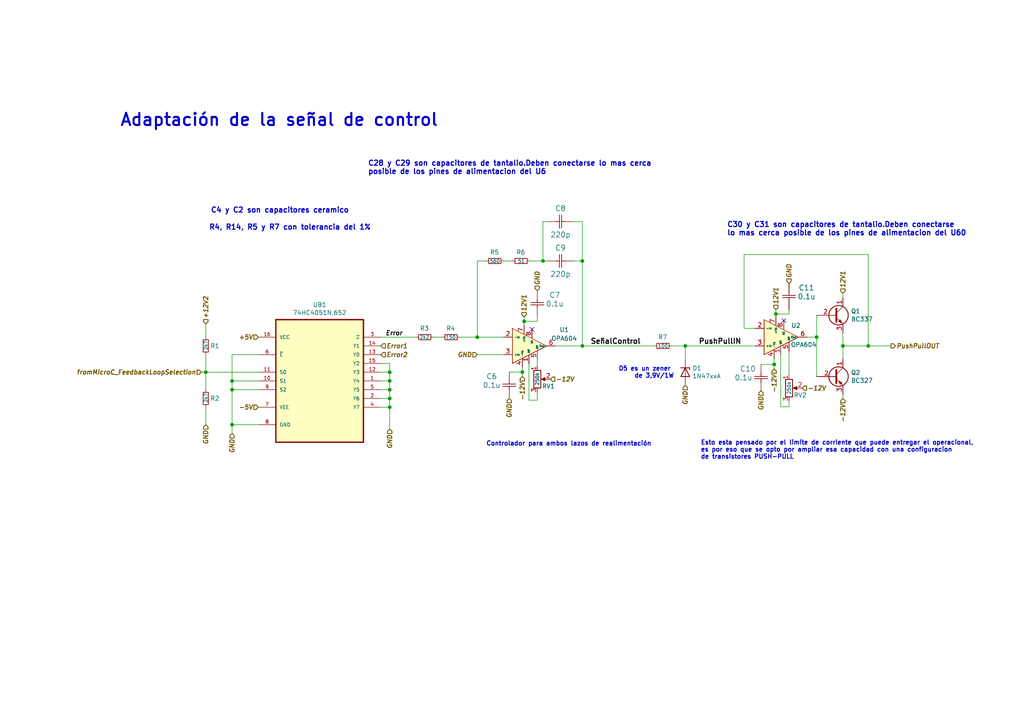
<source format=kicad_sch>
(kicad_sch (version 20211123) (generator eeschema)
  (paper "A4")
  (lib_symbols
    (symbol "74HC4051N_652:74HC4051N,652" (pin_names (offset 1.016))
      (property "Reference" "U" (at -5.2832 17.907 0))
      (property "Value" "74HC4051N_652_74HC4051N,652" (at -3.9624 -25.0952 0))
      (symbol "74HC4051N,652_0_0"
        (rectangle (start -12.7 -20.32) (end 12.7 15.24) (stroke (width 0.4064)) (fill (type background)))
        (pin bidirectional line (at 17.78 -2.54 180) (length 5.08) (name "Y4") (number "1"))
        (pin input line (at -17.78 -2.54 0) (length 5.08) (name "S1") (number "10"))
        (pin input line (at -17.78 0 0) (length 5.08) (name "S0") (number "11"))
        (pin bidirectional line (at 17.78 0 180) (length 5.08) (name "Y3") (number "12"))
        (pin bidirectional line (at 17.78 5.08 180) (length 5.08) (name "Y0") (number "13"))
        (pin bidirectional line (at 17.78 7.62 180) (length 5.08) (name "Y1") (number "14"))
        (pin bidirectional line (at 17.78 2.54 180) (length 5.08) (name "Y2") (number "15"))
        (pin power_in line (at -17.78 10.16 0) (length 5.08) (name "VCC") (number "16"))
        (pin bidirectional line (at 17.78 -7.62 180) (length 5.08) (name "Y6") (number "2"))
        (pin bidirectional line (at 17.78 10.16 180) (length 5.08) (name "Z") (number "3"))
        (pin bidirectional line (at 17.78 -10.16 180) (length 5.08) (name "Y7") (number "4"))
        (pin bidirectional line (at 17.78 -5.08 180) (length 5.08) (name "Y5") (number "5"))
        (pin input line (at -17.78 5.08 0) (length 5.08) (name "~{E}") (number "6"))
        (pin power_in line (at -17.78 -10.16 0) (length 5.08) (name "VEE") (number "7"))
        (pin passive line (at -17.78 -15.24 0) (length 5.08) (name "GND") (number "8"))
        (pin input line (at -17.78 -5.08 0) (length 5.08) (name "S2") (number "9"))
      )
    )
    (symbol "CEDCp:OPA604"
      (property "Reference" "U" (at -3.81 6.096 0))
      (property "Value" "OPA604" (at 8.636 -4.064 0))
      (symbol "OPA604_0_1"
        (polyline (pts (xy -3.81 4.572) (xy -3.81 -5.588) (xy 6.223 -0.508)))
        (polyline (pts (xy -3.81 4.572) (xy 6.096 -0.508) (xy -3.81 -5.588) (xy -3.81 4.572) (xy 6.096 -0.508)) (fill (type background)))
      )
      (symbol "OPA604_1_1"
        (pin input line (at 1.016 -5.715 90) (length 2.54) (name "Off") (number "1"))
        (pin input line (at -6.35 2.032 0) (length 2.54) (name "-In") (number "2"))
        (pin input line (at -6.35 -3.048 0) (length 2.54) (name "+In") (number "3"))
        (pin input line (at -0.889 -6.731 90) (length 2.54) (name "-Vs") (number "4"))
        (pin input line (at 3.429 -4.572 90) (length 2.54) (name "Off") (number "5"))
        (pin input line (at 8.6868 -0.508 180) (length 2.54) (name "Out") (number "6"))
        (pin input line (at -0.381 5.461 270) (length 2.54) (name "+Vs") (number "7"))
        (pin input line (at 1.905 4.318 270) (length 2.54) (name "NC") (number "8"))
      )
    )
    (symbol "Capacitor_2:C315C222K1R5CA" (pin_numbers hide) (pin_names (offset 1.651) hide)
      (property "Reference" "C" (at 3.81 3.81 0))
      (property "Value" "Capacitor_2_C315C222K1R5CA" (at 3.81 -7.62 0))
      (symbol "C315C222K1R5CA_1_1"
        (polyline (pts (xy 2.54 0) (xy 3.4798 0)) (stroke (width 0.2032)))
        (polyline (pts (xy 3.4798 -1.905) (xy 3.4798 1.905)) (stroke (width 0.2032)))
        (polyline (pts (xy 4.1148 -1.905) (xy 4.1148 1.905)) (stroke (width 0.2032)))
        (polyline (pts (xy 4.1148 0) (xy 5.08 0)) (stroke (width 0.2032)))
        (pin unspecified line (at 0 0 0) (length 2.54) (name "1") (number "1"))
        (pin unspecified line (at 7.62 0 180) (length 2.54) (name "2") (number "2"))
      )
    )
    (symbol "Device:R_Potentiometer" (pin_names (offset 1.016) hide)
      (property "Reference" "RV" (at -4.445 0 90))
      (property "Value" "R_Potentiometer" (at -2.54 0 90))
      (symbol "R_Potentiometer_0_1"
        (polyline (pts (xy 2.54 0) (xy 1.524 0)))
        (polyline (pts (xy 1.143 0) (xy 2.286 0.508) (xy 2.286 -0.508) (xy 1.143 0)) (fill (type outline)))
        (rectangle (start 1.016 2.54) (end -1.016 -2.54) (stroke (width 0.254)))
      )
      (symbol "R_Potentiometer_1_1"
        (pin passive line (at 0 3.81 270) (length 1.27) (name "1") (number "1"))
        (pin passive line (at 3.81 0 180) (length 1.27) (name "2") (number "2"))
        (pin passive line (at 0 -3.81 90) (length 1.27) (name "3") (number "3"))
      )
    )
    (symbol "Device:R_Small" (pin_numbers hide) (pin_names (offset 0.254) hide)
      (property "Reference" "R" (at 0.762 0.508 0))
      (property "Value" "R_Small" (at 0.762 -1.016 0))
      (symbol "R_Small_0_1"
        (rectangle (start -0.762 1.778) (end 0.762 -1.778) (stroke (width 0.2032)))
      )
      (symbol "R_Small_1_1"
        (pin passive line (at 0 2.54 270) (length 0.762) (name "~") (number "1"))
        (pin passive line (at 0 -2.54 90) (length 0.762) (name "~") (number "2"))
      )
    )
    (symbol "Diode:1N47xxA" (pin_numbers hide) (pin_names (offset 1.016) hide)
      (property "Reference" "D" (at 0 2.54 0))
      (property "Value" "1N47xxA" (at 0 -2.54 0))
      (symbol "1N47xxA_0_1"
        (polyline (pts (xy 1.27 0) (xy -1.27 0)))
        (polyline (pts (xy -1.27 -1.27) (xy -1.27 1.27) (xy -0.762 1.27)) (stroke (width 0.254)))
        (polyline (pts (xy 1.27 -1.27) (xy 1.27 1.27) (xy -1.27 0) (xy 1.27 -1.27)) (stroke (width 0.254)))
      )
      (symbol "1N47xxA_1_1"
        (pin passive line (at -3.81 0 0) (length 2.54) (name "K") (number "1"))
        (pin passive line (at 3.81 0 180) (length 2.54) (name "A") (number "2"))
      )
    )
    (symbol "Transistor_BJT:BC327" (pin_names (offset 0) hide)
      (property "Reference" "Q" (at 5.08 1.905 0))
      (property "Value" "BC327" (at 5.08 0 0))
      (symbol "BC327_0_1"
        (polyline (pts (xy 0.635 0.635) (xy 2.54 2.54)))
        (polyline (pts (xy 0.635 -0.635) (xy 2.54 -2.54) (xy 2.54 -2.54)))
        (polyline (pts (xy 0.635 1.905) (xy 0.635 -1.905) (xy 0.635 -1.905)) (stroke (width 0.508)))
        (polyline (pts (xy 2.286 -1.778) (xy 1.778 -2.286) (xy 1.27 -1.27) (xy 2.286 -1.778) (xy 2.286 -1.778)) (fill (type outline)))
        (circle (center 1.27 0) (radius 2.8194) (stroke (width 0.254)))
      )
      (symbol "BC327_1_1"
        (pin passive line (at 2.54 5.08 270) (length 2.54) (name "C") (number "1"))
        (pin input line (at -5.08 0 0) (length 5.715) (name "B") (number "2"))
        (pin passive line (at 2.54 -5.08 90) (length 2.54) (name "E") (number "3"))
      )
    )
    (symbol "Transistor_BJT:BC337" (pin_names (offset 0) hide)
      (property "Reference" "Q" (at 5.08 1.905 0))
      (property "Value" "BC337" (at 5.08 0 0))
      (symbol "BC337_0_1"
        (polyline (pts (xy 0 0) (xy 0.635 0)))
        (polyline (pts (xy 0.635 0.635) (xy 2.54 2.54)))
        (polyline (pts (xy 0.635 -0.635) (xy 2.54 -2.54) (xy 2.54 -2.54)))
        (polyline (pts (xy 0.635 1.905) (xy 0.635 -1.905) (xy 0.635 -1.905)) (stroke (width 0.508)))
        (polyline (pts (xy 1.27 -1.778) (xy 1.778 -1.27) (xy 2.286 -2.286) (xy 1.27 -1.778) (xy 1.27 -1.778)) (fill (type outline)))
        (circle (center 1.27 0) (radius 2.8194) (stroke (width 0.254)))
      )
      (symbol "BC337_1_1"
        (pin passive line (at 2.54 5.08 270) (length 2.54) (name "C") (number "1"))
        (pin input line (at -5.08 0 0) (length 5.08) (name "B") (number "2"))
        (pin passive line (at 2.54 -5.08 90) (length 2.54) (name "E") (number "3"))
      )
    )
  )
  (junction (at 113.03 113.03))
  (junction (at 113.03 118.11))
  (junction (at 67.31 123.19))
  (junction (at 67.31 113.03))
  (junction (at 157.48 75.692))
  (junction (at 59.69 107.95))
  (junction (at 168.91 75.692))
  (junction (at 244.475 100.33))
  (junction (at 168.91 100.33))
  (junction (at 67.31 110.49))
  (junction (at 138.43 97.79))
  (junction (at 151.511 107.9246))
  (junction (at 251.8156 100.33))
  (junction (at 113.03 115.57))
  (junction (at 224.536 105.7148))
  (junction (at 198.755 100.33))
  (junction (at 113.03 110.49))
  (junction (at 225.044 91.0844))
  (junction (at 113.03 107.95))
  (junction (at 236.855 97.79))
  (junction (at 152.019 93.1926))
  (no_connect (at 227.33 92.964))
  (no_connect (at 154.305 95.504))
  (wire (pts (xy 74.93 110.49) (xy 67.31 110.49)))
  (wire (pts (xy 67.31 113.03) (xy 67.31 123.19)))
  (wire (pts (xy 244.475 114.3) (xy 244.475 115.57)))
  (wire (pts (xy 224.536 105.7148) (xy 220.726 105.7148)))
  (wire (pts (xy 151.511 107.9246) (xy 147.701 107.9246)))
  (wire (pts (xy 228.854 116.3828) (xy 228.854 117.983)))
  (wire (pts (xy 110.49 107.95) (xy 113.03 107.95)))
  (wire (pts (xy 155.829 113.792) (xy 155.829 116.078)))
  (wire (pts (xy 151.511 106.553) (xy 151.511 107.9246)))
  (wire (pts (xy 110.49 115.57) (xy 113.03 115.57)))
  (wire (pts (xy 113.03 118.11) (xy 113.03 124.46)))
  (wire (pts (xy 59.69 107.95) (xy 59.69 113.03)))
  (wire (pts (xy 168.91 100.33) (xy 189.738 100.33)))
  (wire (pts (xy 59.69 102.87) (xy 59.69 107.95)))
  (wire (pts (xy 110.49 110.49) (xy 113.03 110.49)))
  (wire (pts (xy 74.93 107.95) (xy 59.69 107.95)))
  (wire (pts (xy 113.03 110.49) (xy 113.03 113.03)))
  (wire (pts (xy 67.31 110.49) (xy 67.31 113.03)))
  (wire (pts (xy 244.475 85.09) (xy 244.475 86.36)))
  (wire (pts (xy 215.8238 95.25) (xy 215.8238 73.8124)))
  (wire (pts (xy 74.93 113.03) (xy 67.31 113.03)))
  (wire (pts (xy 234.1118 97.79) (xy 236.855 97.79)))
  (wire (pts (xy 168.91 75.692) (xy 166.37 75.692)))
  (wire (pts (xy 244.475 100.33) (xy 244.475 96.52)))
  (wire (pts (xy 157.48 64.262) (xy 157.48 75.692)))
  (wire (pts (xy 226.441 117.983) (xy 226.441 102.997)))
  (wire (pts (xy 113.03 105.41) (xy 113.03 107.95)))
  (wire (pts (xy 198.755 100.33) (xy 219.075 100.33)))
  (wire (pts (xy 113.03 113.03) (xy 113.03 115.57)))
  (wire (pts (xy 146.05 75.692) (xy 148.59 75.692)))
  (wire (pts (xy 151.511 109.1946) (xy 151.511 107.9246)))
  (wire (pts (xy 110.49 97.79) (xy 120.65 97.79)))
  (wire (pts (xy 198.755 100.33) (xy 198.755 104.14)))
  (wire (pts (xy 236.855 97.79) (xy 236.855 109.22)))
  (wire (pts (xy 244.475 100.33) (xy 251.8156 100.33)))
  (wire (pts (xy 236.855 91.44) (xy 236.855 97.79)))
  (wire (pts (xy 59.69 93.98) (xy 59.69 97.79)))
  (wire (pts (xy 215.8238 73.8124) (xy 251.8156 73.8124)))
  (wire (pts (xy 113.03 107.95) (xy 113.03 110.49)))
  (wire (pts (xy 155.829 91.9226) (xy 155.829 93.1926)))
  (wire (pts (xy 153.67 75.692) (xy 157.48 75.692)))
  (wire (pts (xy 125.73 97.79) (xy 128.27 97.79)))
  (wire (pts (xy 166.37 64.262) (xy 168.91 64.262)))
  (wire (pts (xy 67.31 125.73) (xy 67.31 123.19)))
  (wire (pts (xy 225.044 89.8144) (xy 225.044 91.0844)))
  (wire (pts (xy 228.854 91.0844) (xy 225.044 91.0844)))
  (wire (pts (xy 138.43 97.79) (xy 146.05 97.79)))
  (wire (pts (xy 110.49 105.41) (xy 113.03 105.41)))
  (wire (pts (xy 158.75 64.262) (xy 157.48 64.262)))
  (wire (pts (xy 155.829 104.394) (xy 155.829 106.172)))
  (wire (pts (xy 58.42 107.95) (xy 59.69 107.95)))
  (wire (pts (xy 251.8156 100.33) (xy 258.445 100.33)))
  (wire (pts (xy 155.829 93.1926) (xy 152.019 93.1926)))
  (wire (pts (xy 251.8156 73.8124) (xy 251.8156 100.33)))
  (wire (pts (xy 74.93 102.87) (xy 67.31 102.87)))
  (wire (pts (xy 153.416 116.078) (xy 153.416 105.537)))
  (wire (pts (xy 228.854 89.8144) (xy 228.854 91.0844)))
  (wire (pts (xy 152.019 93.1926) (xy 152.019 94.361)))
  (wire (pts (xy 194.818 100.33) (xy 198.755 100.33)))
  (wire (pts (xy 140.97 75.692) (xy 138.43 75.692)))
  (wire (pts (xy 138.43 102.87) (xy 146.05 102.87)))
  (wire (pts (xy 110.49 113.03) (xy 113.03 113.03)))
  (wire (pts (xy 225.044 91.0844) (xy 225.044 91.821)))
  (wire (pts (xy 67.31 102.87) (xy 67.31 110.49)))
  (wire (pts (xy 152.019 91.9226) (xy 152.019 93.1926)))
  (wire (pts (xy 74.93 123.19) (xy 67.31 123.19)))
  (wire (pts (xy 138.43 75.692) (xy 138.43 97.79)))
  (wire (pts (xy 224.536 104.013) (xy 224.536 105.7148)))
  (wire (pts (xy 110.49 118.11) (xy 113.03 118.11)))
  (wire (pts (xy 168.91 64.262) (xy 168.91 75.692)))
  (wire (pts (xy 219.075 95.25) (xy 215.8238 95.25)))
  (wire (pts (xy 157.48 75.692) (xy 158.75 75.692)))
  (wire (pts (xy 224.536 106.9848) (xy 224.536 105.7148)))
  (wire (pts (xy 244.475 104.14) (xy 244.475 100.33)))
  (wire (pts (xy 155.829 116.078) (xy 153.416 116.078)))
  (wire (pts (xy 113.03 115.57) (xy 113.03 118.11)))
  (wire (pts (xy 228.854 117.983) (xy 226.441 117.983)))
  (wire (pts (xy 133.35 97.79) (xy 138.43 97.79)))
  (wire (pts (xy 228.854 101.854) (xy 228.854 108.7628)))
  (wire (pts (xy 59.69 118.11) (xy 59.69 123.19)))
  (wire (pts (xy 168.91 75.692) (xy 168.91 100.33)))
  (wire (pts (xy 161.0868 100.33) (xy 168.91 100.33)))
  (text "C28 y C29 son capacitores de tantalio.Deben conectarse lo mas cerca\nposible de los pines de alimentacion del U6" (at 106.68 50.8 0) (effects (font (size 1.4986 1.4986) (thickness 0.2997) bold) (justify left bottom)))
  (text "R4, R14, R5 y R7 con tolerancia del 1%" (at 60.579 66.929 0) (effects (font (size 1.4986 1.4986) (thickness 0.2997) bold) (justify left bottom)))
  (text "C30 y C31 son capacitores de tantalio.Deben conectarse\nlo mas cerca posible de los pines de alimentacion del U60" (at 210.82 68.58 0) (effects (font (size 1.4986 1.4986) (thickness 0.2997) bold) (justify left bottom)))
  (text "D5 es un zener \nde 3,9V/1W" (at 195.58 109.855 180) (effects (font (size 1.27 1.27) (thickness 0.254) bold) (justify right bottom)))
  (text "Adaptación de la señal de control" (at 34.671 36.957 0) (effects (font (size 3.5 3.5) (thickness 0.5994) bold) (justify left bottom)))
  (text "Esto esta pensado por el limite de corriente que puede entregar el operacional, \nes por eso que se opto por ampliar esa capacidad con una configuracion \nde transistores PUSH-PULL\n" (at 203.2 133.35 0) (effects (font (size 1.27 1.27) (thickness 0.254) bold) (justify left bottom)))
  (text "Controlador para ambos lazos de realimentación" (at 140.97 129.54 0) (effects (font (size 1.27 1.27) (thickness 0.254) bold) (justify left bottom)))
  (text "C4 y C2 son capacitores ceramico" (at 61.087 61.976 0) (effects (font (size 1.4986 1.4986) (thickness 0.2997) bold) (justify left bottom)))
  (label "PushPullIN" (at 202.565 100.33 0) (effects (font (size 1.4986 1.4986) (thickness 0.2997) bold)))
  (label "SeñalControl" (at 171.196 100.33 0) (effects (font (size 1.4986 1.4986) (thickness 0.2997) bold)))
  (label "Error" (at 111.76 97.79 0) (effects (font (size 1.2954 1.2954) (thickness 0.2591) bold italic)))
  (hierarchical_label "GND" (shape input) (at 138.43 102.87 180) (effects (font (size 1.2954 1.2954) (thickness 0.2591) bold italic)))
  (hierarchical_label "Error1" (shape input) (at 110.49 100.33 0) (effects (font (size 1.2954 1.2954) (thickness 0.2591) bold italic)))
  (hierarchical_label "+12V2" (shape input) (at 59.69 93.98 90) (effects (font (size 1.2954 1.2954) (thickness 0.2591) bold italic)))
  (hierarchical_label "fromMicroC_FeedbackLoopSelection" (shape input) (at 58.42 107.95 180) (effects (font (size 1.2954 1.2954) (thickness 0.2591) bold italic)))
  (hierarchical_label "GND" (shape input) (at 198.755 111.76 270) (effects (font (size 1.2954 1.2954) (thickness 0.2591) bold italic)))
  (hierarchical_label "-5V" (shape input) (at 74.93 118.11 180) (effects (font (size 1.2954 1.2954) (thickness 0.2591) bold italic)))
  (hierarchical_label "12V1" (shape input) (at 244.475 85.09 90) (effects (font (size 1.2954 1.2954) (thickness 0.2591) bold italic)))
  (hierarchical_label "GND" (shape input) (at 228.854 82.1944 90) (effects (font (size 1.2954 1.2954) (thickness 0.2591) bold italic)))
  (hierarchical_label "-12V" (shape input) (at 151.511 109.1946 270) (effects (font (size 1.2954 1.2954) (thickness 0.2591) bold italic)))
  (hierarchical_label "-12V" (shape input) (at 244.475 115.57 270) (effects (font (size 1.2954 1.2954) (thickness 0.2591) bold italic)))
  (hierarchical_label "-12V" (shape input) (at 232.664 112.5728 0) (effects (font (size 1.2954 1.2954) (thickness 0.2591) bold italic)))
  (hierarchical_label "PushPullOUT" (shape output) (at 258.445 100.33 0) (effects (font (size 1.2954 1.2954) (thickness 0.2591) bold italic)))
  (hierarchical_label "GND" (shape input) (at 113.03 124.46 270) (effects (font (size 1.2954 1.2954) (thickness 0.2591) bold italic)))
  (hierarchical_label "-12V" (shape input) (at 159.639 109.982 0) (effects (font (size 1.2954 1.2954) (thickness 0.2591) bold italic)))
  (hierarchical_label "GND" (shape input) (at 67.31 125.73 270) (effects (font (size 1.2954 1.2954) (thickness 0.2591) bold italic)))
  (hierarchical_label "12V1" (shape input) (at 225.044 89.8144 90) (effects (font (size 1.2954 1.2954) (thickness 0.2591) bold italic)))
  (hierarchical_label "-12V" (shape input) (at 224.536 106.9848 270) (effects (font (size 1.2954 1.2954) (thickness 0.2591) bold italic)))
  (hierarchical_label "GND" (shape input) (at 59.69 123.19 270) (effects (font (size 1.2954 1.2954) (thickness 0.2591) bold italic)))
  (hierarchical_label "GND" (shape input) (at 147.701 115.5446 270) (effects (font (size 1.2954 1.2954) (thickness 0.2591) bold italic)))
  (hierarchical_label "12V1" (shape input) (at 152.019 91.9226 90) (effects (font (size 1.2954 1.2954) (thickness 0.2591) bold italic)))
  (hierarchical_label "GND" (shape input) (at 220.726 113.3348 270) (effects (font (size 1.2954 1.2954) (thickness 0.2591) bold italic)))
  (hierarchical_label "Error2" (shape input) (at 110.49 102.87 0) (effects (font (size 1.2954 1.2954) (thickness 0.2591) bold italic)))
  (hierarchical_label "GND" (shape input) (at 155.829 84.3026 90) (effects (font (size 1.2954 1.2954) (thickness 0.2591) bold italic)))
  (hierarchical_label "+5V" (shape input) (at 74.93 97.79 180) (effects (font (size 1.2954 1.2954) (thickness 0.2591) bold italic)))
  (symbol (lib_id "Diode:1N47xxA") (at 198.755 107.95 270) (unit 1)
    (property "Reference" "D1" (at 200.787 106.7816 90) (effects (justify left)))
    (property "Value" "1N47xxA" (at 200.787 109.093 90) (effects (justify left)))
    (property "Footprint" "Diode_THT:D_DO-15_P10.16mm_Horizontal" (effects hide))
    (property "Datasheet" "https://www.vishay.com/docs/85816/1n4728a.pdf" (effects hide))
  )
  (symbol (lib_id "Transistor_BJT:BC327") (at 241.935 109.22 0) (unit 1)
    (property "Reference" "Q2" (at 246.7864 108.0516 0) (effects (justify left)))
    (property "Value" "BC327" (at 246.7864 110.363 0) (effects (justify left)))
    (property "Footprint" "CEDCp:BC548" (effects hide))
    (property "Datasheet" "http://www.onsemi.com/pub_link/Collateral/BC327-D.PDF" (effects hide))
  )
  (symbol (lib_id "Transistor_BJT:BC337") (at 241.935 91.44 0) (unit 1)
    (property "Reference" "Q1" (at 246.7864 90.2716 0) (effects (justify left)))
    (property "Value" "BC337" (at 246.7864 92.583 0) (effects (justify left)))
    (property "Footprint" "CEDCp:BC548" (effects hide))
    (property "Datasheet" "https://diotec.com/tl_files/diotec/files/pdf/datasheets/bc337.pdf" (effects hide))
  )
  (symbol (lib_id "Capacitor_2:C315C222K1R5CA") (at 166.37 75.692 180) (unit 1)
    (property "Reference" "C9" (at 162.56 71.882 0) (effects (font (size 1.524 1.524))))
    (property "Value" "220p" (at 162.56 79.502 0) (effects (font (size 1.524 1.524))))
    (property "Footprint" "Capacitor_THT:C_Disc_D7.5mm_W2.5mm_P5.00mm" (effects hide))
  )
  (symbol (lib_id "Capacitor_2:C315C222K1R5CA") (at 166.37 64.262 180) (unit 1)
    (property "Reference" "C8" (at 162.56 60.452 0) (effects (font (size 1.524 1.524))))
    (property "Value" "220p" (at 162.56 68.072 0) (effects (font (size 1.524 1.524))))
    (property "Footprint" "Capacitor_THT:C_Disc_D7.5mm_W2.5mm_P5.00mm" (effects hide))
  )
  (symbol (lib_id "74HC4051N_652:74HC4051N,652") (at 92.71 107.95 0) (unit 1)
    (property "Reference" "UB1" (at 92.71 88.392 0))
    (property "Value" "74HC4051N,652" (at 92.71 90.7034 0))
    (property "Footprint" "CEDCp:74HC4051M" (effects hide))
    (property "PACKAGE" "DIP-16" (effects hide))
    (property "MPN" "74HC4051N,652" (effects hide))
    (property "OC_NEWARK" "71R2508" (effects hide))
    (property "OC_FARNELL" "1826793" (effects hide))
    (property "SUPPLIER" "NXP" (effects hide))
  )
  (symbol (lib_id "Capacitor_2:C315C222K1R5CA") (at 155.829 84.3026 270) (unit 1)
    (property "Reference" "C7" (at 160.909 85.5726 90) (effects (font (size 1.524 1.524))))
    (property "Value" "0.1u" (at 160.909 88.1126 90) (effects (font (size 1.524 1.524))))
    (property "Footprint" "Capacitor_THT:C_Disc_D7.5mm_W2.5mm_P5.00mm" (effects hide))
  )
  (symbol (lib_id "Capacitor_2:C315C222K1R5CA") (at 147.701 107.9246 270) (unit 1)
    (property "Reference" "C6" (at 142.621 109.1946 90) (effects (font (size 1.524 1.524))))
    (property "Value" "0.1u" (at 142.621 111.7346 90) (effects (font (size 1.524 1.524))))
    (property "Footprint" "Capacitor_THT:C_Disc_D7.5mm_W2.5mm_P5.00mm" (effects hide))
  )
  (symbol (lib_id "Capacitor_2:C315C222K1R5CA") (at 220.726 105.7148 270) (unit 1)
    (property "Reference" "C10" (at 216.916 106.9848 90) (effects (font (size 1.524 1.524))))
    (property "Value" "0.1u" (at 215.646 109.5248 90) (effects (font (size 1.524 1.524))))
    (property "Footprint" "Capacitor_THT:C_Disc_D7.5mm_W2.5mm_P5.00mm" (effects hide))
  )
  (symbol (lib_id "Capacitor_2:C315C222K1R5CA") (at 228.854 82.1944 270) (unit 1)
    (property "Reference" "C11" (at 233.934 83.4644 90) (effects (font (size 1.524 1.524))))
    (property "Value" "0.1u" (at 233.934 86.0044 90) (effects (font (size 1.524 1.524))))
    (property "Footprint" "Capacitor_THT:C_Disc_D7.5mm_W2.5mm_P5.00mm" (effects hide))
  )
  (symbol (lib_id "Device:R_Small") (at 59.69 100.33 0) (unit 1)
    (property "Reference" "R1" (at 60.96 100.33 0) (effects (justify left)))
    (property "Value" "2k7" (at 59.7408 101.6 90) (effects (font (size 1 1)) (justify left)))
    (property "Footprint" "CEDCp:Resistencia_0,25W" (effects hide))
  )
  (symbol (lib_id "Device:R_Small") (at 123.19 97.79 90) (unit 1)
    (property "Reference" "R3" (at 124.46 95.25 90) (effects (justify left)))
    (property "Value" "2k2" (at 124.5616 97.79 90) (effects (font (size 1 1)) (justify left)))
    (property "Footprint" "CEDCp:Resistencia_0,25W" (effects hide))
  )
  (symbol (lib_id "Device:R_Small") (at 151.13 75.692 90) (unit 1)
    (property "Reference" "R6" (at 152.4 73.152 90) (effects (justify left)))
    (property "Value" "51" (at 152.2476 75.7428 90) (effects (font (size 1 1)) (justify left)))
    (property "Footprint" "CEDCp:Resistencia_0,25W" (effects hide))
  )
  (symbol (lib_id "CEDCp:OPA604") (at 225.425 97.282 0) (unit 1)
    (property "Reference" "U2" (at 230.8352 94.4118 0))
    (property "Value" "OPA604" (at 233.0958 99.9744 0))
    (property "Footprint" "CEDCp:OPA604" (effects hide))
  )
  (symbol (lib_id "Device:R_Small") (at 130.81 97.79 90) (unit 1)
    (property "Reference" "R4" (at 132.08 95.25 90) (effects (justify left)))
    (property "Value" "150" (at 132.2324 97.79 90) (effects (font (size 1 1)) (justify left)))
    (property "Footprint" "CEDCp:Resistencia_0,25W" (effects hide))
  )
  (symbol (lib_id "Device:R_Potentiometer") (at 228.854 112.5728 0) (unit 1)
    (property "Reference" "RV2" (at 233.9848 114.6048 0) (effects (justify right)))
    (property "Value" "250k" (at 228.854 110.5916 90) (effects (font (size 1 1)) (justify right)))
    (property "Footprint" "CEDCp:Preset_Multivueltas_Vertical" (effects hide))
  )
  (symbol (lib_id "Device:R_Small") (at 143.51 75.692 90) (unit 1)
    (property "Reference" "R5" (at 144.78 73.152 90) (effects (justify left)))
    (property "Value" "560" (at 145.034 75.7428 90) (effects (font (size 1 1)) (justify left)))
    (property "Footprint" "CEDCp:Resistencia_0,25W" (effects hide))
  )
  (symbol (lib_id "Device:R_Small") (at 59.69 115.57 0) (unit 1)
    (property "Reference" "R2" (at 60.96 115.57 0) (effects (justify left)))
    (property "Value" "2k7" (at 59.7408 116.84 90) (effects (font (size 1 1)) (justify left)))
    (property "Footprint" "CEDCp:Resistencia_0,25W" (effects hide))
  )
  (symbol (lib_id "CEDCp:OPA604") (at 152.4 99.822 0) (unit 1)
    (property "Reference" "U1" (at 163.6522 95.631 0))
    (property "Value" "OPA604" (at 163.6522 98.171 0))
    (property "Footprint" "CEDCp:OPA604" (effects hide))
  )
  (symbol (lib_id "Device:R_Small") (at 192.278 100.33 90) (unit 1)
    (property "Reference" "R7" (at 193.548 97.79 90) (effects (justify left)))
    (property "Value" "100" (at 193.802 100.33 90) (effects (font (size 1 1)) (justify left)))
    (property "Footprint" "CEDCp:Resistencia_0,25W" (effects hide))
  )
  (symbol (lib_id "Device:R_Potentiometer") (at 155.829 109.982 0) (unit 1)
    (property "Reference" "RV1" (at 160.9598 112.014 0) (effects (justify right)))
    (property "Value" "250k" (at 155.829 108.0008 90) (effects (font (size 1 1)) (justify right)))
    (property "Footprint" "CEDCp:Preset_Multivueltas_Vertical" (effects hide))
  )
)
</source>
